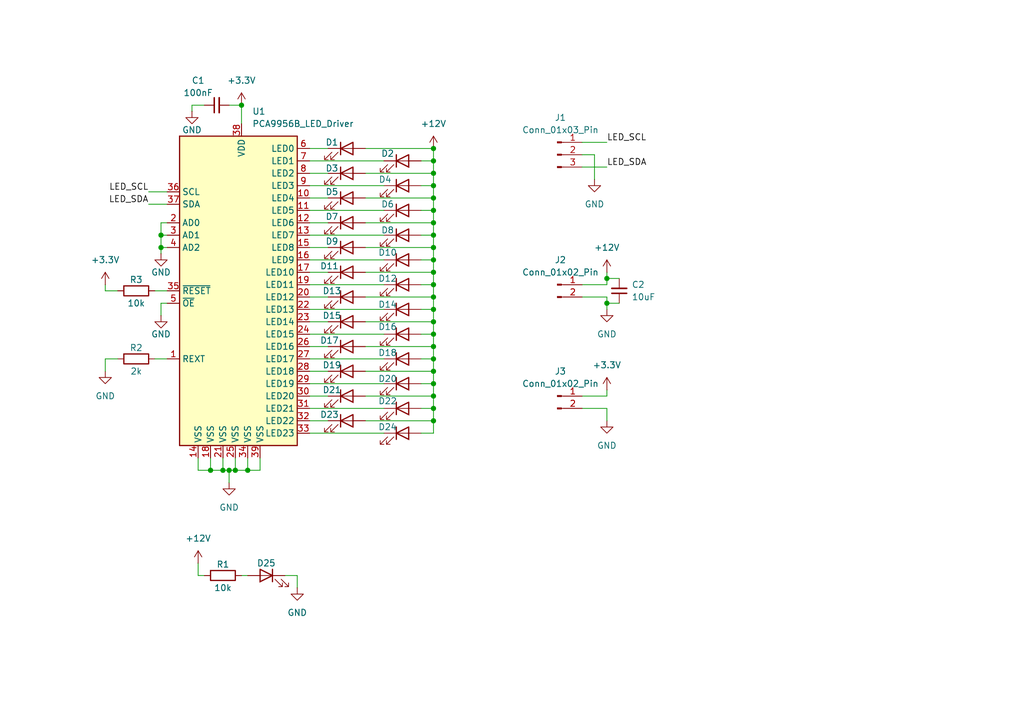
<source format=kicad_sch>
(kicad_sch (version 20231120) (generator "eeschema") (generator_version "8.0")
  (paper "A5")
  (lib_symbols
    (symbol "Connector:Conn_01x02_Pin" (pin_names (offset 1.016) hide)
      (property "Reference" "J" (at 0 2.54 0))
      (property "Value" "Conn_01x02_Pin" (at 0 -5.08 0))
      (symbol "Conn_01x02_Pin_1_1"
        (polyline (pts (xy 1.27 -2.54) (xy 0.8636 -2.54)) (stroke (width 0.1524)))
        (polyline (pts (xy 1.27 0) (xy 0.8636 0)) (stroke (width 0.1524)))
        (rectangle (start 0.8636 -2.413) (end 0 -2.667) (stroke (width 0.1524)) (fill (type outline)))
        (rectangle (start 0.8636 0.127) (end 0 -0.127) (stroke (width 0.1524)) (fill (type outline)))
        (pin passive line (at 5.08 0 180) (length 3.81) (name "Pin_1") (number "1"))
        (pin passive line (at 5.08 -2.54 180) (length 3.81) (name "Pin_2") (number "2"))
      )
    )
    (symbol "Connector:Conn_01x03_Pin" (pin_names (offset 1.016) hide)
      (property "Reference" "J" (at 0 5.08 0))
      (property "Value" "Conn_01x03_Pin" (at 0 -5.08 0))
      (symbol "Conn_01x03_Pin_1_1"
        (polyline (pts (xy 1.27 -2.54) (xy 0.8636 -2.54)) (stroke (width 0.1524)))
        (polyline (pts (xy 1.27 0) (xy 0.8636 0)) (stroke (width 0.1524)))
        (polyline (pts (xy 1.27 2.54) (xy 0.8636 2.54)) (stroke (width 0.1524)))
        (rectangle (start 0.8636 -2.413) (end 0 -2.667) (stroke (width 0.1524)) (fill (type outline)))
        (rectangle (start 0.8636 0.127) (end 0 -0.127) (stroke (width 0.1524)) (fill (type outline)))
        (rectangle (start 0.8636 2.667) (end 0 2.413) (stroke (width 0.1524)) (fill (type outline)))
        (pin passive line (at 5.08 2.54 180) (length 3.81) (name "Pin_1") (number "1"))
        (pin passive line (at 5.08 0 180) (length 3.81) (name "Pin_2") (number "2"))
        (pin passive line (at 5.08 -2.54 180) (length 3.81) (name "Pin_3") (number "3"))
      )
    )
    (symbol "Device:C_Small" (pin_numbers hide) (pin_names (offset 0.254) hide)
      (property "Reference" "C" (at 0.254 1.778 0))
      (property "Value" "C_Small" (at 0.254 -2.032 0))
      (symbol "C_Small_0_1"
        (polyline (pts (xy -1.524 -0.508) (xy 1.524 -0.508)) (stroke (width 0.3302)))
        (polyline (pts (xy -1.524 0.508) (xy 1.524 0.508)) (stroke (width 0.3048)))
      )
      (symbol "C_Small_1_1"
        (pin passive line (at 0 2.54 270) (length 2.032) (name "~") (number "1"))
        (pin passive line (at 0 -2.54 90) (length 2.032) (name "~") (number "2"))
      )
    )
    (symbol "Device:LED" (pin_numbers hide) (pin_names (offset 1.016) hide)
      (property "Reference" "D" (at 0 2.54 0))
      (property "Value" "LED" (at 0 -2.54 0))
      (symbol "LED_0_1"
        (polyline (pts (xy -1.27 -1.27) (xy -1.27 1.27)) (stroke (width 0.254)))
        (polyline (pts (xy -1.27 0) (xy 1.27 0)))
        (polyline (pts (xy 1.27 -1.27) (xy 1.27 1.27) (xy -1.27 0) (xy 1.27 -1.27)) (stroke (width 0.254)))
        (polyline (pts (xy -3.048 -0.762) (xy -4.572 -2.286) (xy -3.81 -2.286) (xy -4.572 -2.286) (xy -4.572 -1.524)))
        (polyline (pts (xy -1.778 -0.762) (xy -3.302 -2.286) (xy -2.54 -2.286) (xy -3.302 -2.286) (xy -3.302 -1.524)))
      )
      (symbol "LED_1_1"
        (pin passive line (at -3.81 0 0) (length 2.54) (name "K") (number "1"))
        (pin passive line (at 3.81 0 180) (length 2.54) (name "A") (number "2"))
      )
    )
    (symbol "Device:R" (pin_numbers hide) (pin_names (offset 0))
      (property "Reference" "R" (at 2.032 0 90))
      (property "Value" "R" (at 0 0 90))
      (symbol "R_0_1"
        (rectangle (start -1.016 -2.54) (end 1.016 2.54) (stroke (width 0.254)))
      )
      (symbol "R_1_1"
        (pin passive line (at 0 3.81 270) (length 1.27) (name "~") (number "1"))
        (pin passive line (at 0 -3.81 90) (length 1.27) (name "~") (number "2"))
      )
    )
    (symbol "Mountjoy:PCA9956B_LED_Driver"
      (property "Reference" "U" (at -11.43 24.13 0))
      (property "Value" "PCA9956B_LED_Driver" (at -13.97 -42.672 0))
      (symbol "PCA9956B_LED_Driver_0_1"
        (rectangle (start -12.7 29.21) (end 11.43 -34.29) (stroke (width 0.254)) (fill (type background)))
      )
      (symbol "PCA9956B_LED_Driver_1_0"
        (pin power_in line (at -6.35 -36.83 90) (length 2.54) (name "VSS") (number "18"))
        (pin power_in line (at -3.81 -36.83 90) (length 2.54) (name "VSS") (number "21"))
        (pin output line (at 13.97 -13.97 180) (length 2.54) (name "LED16") (number "26"))
        (pin output line (at 13.97 -16.51 180) (length 2.54) (name "LED17") (number "27"))
        (pin output line (at 13.97 -19.05 180) (length 2.54) (name "LED18") (number "28"))
        (pin output line (at 13.97 -21.59 180) (length 2.54) (name "LED19") (number "29"))
        (pin output line (at 13.97 -24.13 180) (length 2.54) (name "LED20") (number "30"))
        (pin output line (at 13.97 -26.67 180) (length 2.54) (name "LED21") (number "31"))
        (pin output line (at 13.97 -29.21 180) (length 2.54) (name "LED22") (number "32"))
        (pin output line (at 13.97 -31.75 180) (length 2.54) (name "LED23") (number "33"))
        (pin power_in line (at 1.27 -36.83 90) (length 2.54) (name "VSS") (number "34"))
        (pin input line (at -15.24 -2.54 0) (length 2.54) (name "~{RESET}") (number "35"))
        (pin power_in line (at 3.81 -36.83 90) (length 2.54) (name "VSS") (number "39"))
      )
      (symbol "PCA9956B_LED_Driver_1_1"
        (pin input line (at -15.24 -16.51 0) (length 2.54) (name "REXT") (number "1"))
        (pin output line (at 13.97 16.51 180) (length 2.54) (name "LED4") (number "10"))
        (pin output line (at 13.97 13.97 180) (length 2.54) (name "LED5") (number "11"))
        (pin output line (at 13.97 11.43 180) (length 2.54) (name "LED6") (number "12"))
        (pin output line (at 13.97 8.89 180) (length 2.54) (name "LED7") (number "13"))
        (pin power_in line (at -8.89 -36.83 90) (length 2.54) (name "VSS") (number "14"))
        (pin output line (at 13.97 6.35 180) (length 2.54) (name "LED8") (number "15"))
        (pin output line (at 13.97 3.81 180) (length 2.54) (name "LED9") (number "16"))
        (pin output line (at 13.97 1.27 180) (length 2.54) (name "LED10") (number "17"))
        (pin output line (at 13.97 -1.27 180) (length 2.54) (name "LED11") (number "19"))
        (pin input line (at -15.24 11.43 0) (length 2.54) (name "AD0") (number "2"))
        (pin output line (at 13.97 -3.81 180) (length 2.54) (name "LED12") (number "20"))
        (pin output line (at 13.97 -6.35 180) (length 2.54) (name "LED13") (number "22"))
        (pin output line (at 13.97 -8.89 180) (length 2.54) (name "LED14") (number "23"))
        (pin output line (at 13.97 -11.43 180) (length 2.54) (name "LED15") (number "24"))
        (pin power_in line (at -1.27 -36.83 90) (length 2.54) (name "VSS") (number "25"))
        (pin input line (at -15.24 8.89 0) (length 2.54) (name "AD1") (number "3"))
        (pin input line (at -15.24 17.78 0) (length 2.54) (name "SCL") (number "36"))
        (pin bidirectional line (at -15.24 15.24 0) (length 2.54) (name "SDA") (number "37"))
        (pin power_in line (at 0 31.75 270) (length 2.54) (name "VDD") (number "38"))
        (pin input line (at -15.24 6.35 0) (length 2.54) (name "AD2") (number "4"))
        (pin input line (at -15.24 -5.08 0) (length 2.54) (name "~{OE}") (number "5"))
        (pin output line (at 13.97 26.67 180) (length 2.54) (name "LED0") (number "6"))
        (pin output line (at 13.97 24.13 180) (length 2.54) (name "LED1") (number "7"))
        (pin output line (at 13.97 21.59 180) (length 2.54) (name "LED2") (number "8"))
        (pin output line (at 13.97 19.05 180) (length 2.54) (name "LED3") (number "9"))
      )
    )
    (symbol "power:+12V" (power) (pin_numbers hide) (pin_names (offset 0) hide)
      (property "Value" "+12V" (at 0 3.556 0))
      (symbol "+12V_0_1"
        (polyline (pts (xy -0.762 1.27) (xy 0 2.54)))
        (polyline (pts (xy 0 0) (xy 0 2.54)))
        (polyline (pts (xy 0 2.54) (xy 0.762 1.27)))
      )
      (symbol "+12V_1_1"
        (pin power_in line (at 0 0 90) (length 0) (name "~") (number "1"))
      )
    )
    (symbol "power:+3.3V" (power) (pin_numbers hide) (pin_names (offset 0) hide)
      (property "Value" "+3.3V" (at 0 3.556 0))
      (symbol "+3.3V_0_1"
        (polyline (pts (xy -0.762 1.27) (xy 0 2.54)))
        (polyline (pts (xy 0 0) (xy 0 2.54)))
        (polyline (pts (xy 0 2.54) (xy 0.762 1.27)))
      )
      (symbol "+3.3V_1_1"
        (pin power_in line (at 0 0 90) (length 0) (name "~") (number "1"))
      )
    )
    (symbol "power:GND" (power) (pin_numbers hide) (pin_names (offset 0) hide)
      (property "Value" "GND" (at 0 -3.81 0))
      (symbol "GND_0_1"
        (polyline (pts (xy 0 0) (xy 0 -1.27) (xy 1.27 -1.27) (xy 0 -2.54) (xy -1.27 -1.27) (xy 0 -1.27)))
      )
      (symbol "GND_1_1"
        (pin power_in line (at 0 0 270) (length 0) (name "~") (number "1"))
      )
    )
  )
  (junction (at 88.9 48.26))
  (junction (at 88.9 58.42))
  (junction (at 43.18 96.52))
  (junction (at 88.9 33.02))
  (junction (at 49.53 21.59))
  (junction (at 88.9 50.8))
  (junction (at 88.9 30.48))
  (junction (at 124.46 57.15))
  (junction (at 88.9 71.12))
  (junction (at 48.26 96.52))
  (junction (at 88.9 45.72))
  (junction (at 124.46 62.23))
  (junction (at 33.02 50.8))
  (junction (at 88.9 55.88))
  (junction (at 88.9 76.2))
  (junction (at 88.9 86.36))
  (junction (at 88.9 63.5))
  (junction (at 88.9 78.74))
  (junction (at 88.9 66.04))
  (junction (at 88.9 43.18))
  (junction (at 50.8 96.52))
  (junction (at 46.99 96.52))
  (junction (at 45.72 96.52))
  (junction (at 88.9 73.66))
  (junction (at 88.9 60.96))
  (junction (at 88.9 40.64))
  (junction (at 88.9 53.34))
  (junction (at 88.9 81.28))
  (junction (at 88.9 38.1))
  (junction (at 88.9 83.82))
  (junction (at 33.02 48.26))
  (junction (at 88.9 35.56))
  (junction (at 88.9 68.58))
  (wire (pts (xy 124.46 58.42) (xy 119.38 58.42)))
  (wire (pts (xy 121.92 31.75) (xy 121.92 36.83)))
  (wire (pts (xy 63.5 81.28) (xy 67.31 81.28)))
  (wire (pts (xy 63.5 30.48) (xy 67.31 30.48)))
  (wire (pts (xy 86.36 88.9) (xy 88.9 88.9)))
  (wire (pts (xy 63.5 60.96) (xy 67.31 60.96)))
  (wire (pts (xy 86.36 63.5) (xy 88.9 63.5)))
  (wire (pts (xy 39.37 21.59) (xy 39.37 22.86)))
  (wire (pts (xy 21.59 59.69) (xy 24.13 59.69)))
  (wire (pts (xy 124.46 62.23) (xy 127 62.23)))
  (wire (pts (xy 88.9 63.5) (xy 88.9 66.04)))
  (wire (pts (xy 119.38 34.29) (xy 124.46 34.29)))
  (wire (pts (xy 63.5 38.1) (xy 78.74 38.1)))
  (wire (pts (xy 88.9 60.96) (xy 88.9 63.5)))
  (wire (pts (xy 63.5 68.58) (xy 78.74 68.58)))
  (wire (pts (xy 86.36 83.82) (xy 88.9 83.82)))
  (wire (pts (xy 86.36 53.34) (xy 88.9 53.34)))
  (wire (pts (xy 48.26 96.52) (xy 50.8 96.52)))
  (wire (pts (xy 63.5 48.26) (xy 78.74 48.26)))
  (wire (pts (xy 63.5 78.74) (xy 78.74 78.74)))
  (wire (pts (xy 63.5 35.56) (xy 67.31 35.56)))
  (wire (pts (xy 63.5 71.12) (xy 67.31 71.12)))
  (wire (pts (xy 63.5 53.34) (xy 78.74 53.34)))
  (wire (pts (xy 88.9 38.1) (xy 88.9 40.64)))
  (wire (pts (xy 33.02 45.72) (xy 33.02 48.26)))
  (wire (pts (xy 124.46 81.28) (xy 119.38 81.28)))
  (wire (pts (xy 119.38 29.21) (xy 124.46 29.21)))
  (wire (pts (xy 124.46 83.82) (xy 124.46 86.36)))
  (wire (pts (xy 119.38 31.75) (xy 121.92 31.75)))
  (wire (pts (xy 33.02 48.26) (xy 34.29 48.26)))
  (wire (pts (xy 49.53 118.11) (xy 50.8 118.11)))
  (wire (pts (xy 33.02 48.26) (xy 33.02 50.8)))
  (wire (pts (xy 21.59 58.42) (xy 21.59 59.69)))
  (wire (pts (xy 34.29 45.72) (xy 33.02 45.72)))
  (wire (pts (xy 43.18 96.52) (xy 45.72 96.52)))
  (wire (pts (xy 88.9 33.02) (xy 88.9 35.56)))
  (wire (pts (xy 74.93 45.72) (xy 88.9 45.72)))
  (wire (pts (xy 88.9 45.72) (xy 88.9 48.26)))
  (wire (pts (xy 88.9 66.04) (xy 88.9 68.58)))
  (wire (pts (xy 31.75 73.66) (xy 34.29 73.66)))
  (wire (pts (xy 30.48 41.91) (xy 34.29 41.91)))
  (wire (pts (xy 124.46 57.15) (xy 127 57.15)))
  (wire (pts (xy 124.46 60.96) (xy 124.46 62.23)))
  (wire (pts (xy 30.48 39.37) (xy 34.29 39.37)))
  (wire (pts (xy 40.64 96.52) (xy 43.18 96.52)))
  (wire (pts (xy 74.93 81.28) (xy 88.9 81.28)))
  (wire (pts (xy 124.46 57.15) (xy 124.46 58.42)))
  (wire (pts (xy 124.46 55.88) (xy 124.46 57.15)))
  (wire (pts (xy 63.5 45.72) (xy 67.31 45.72)))
  (wire (pts (xy 63.5 73.66) (xy 78.74 73.66)))
  (wire (pts (xy 45.72 96.52) (xy 46.99 96.52)))
  (wire (pts (xy 88.9 48.26) (xy 88.9 50.8)))
  (wire (pts (xy 88.9 43.18) (xy 88.9 45.72)))
  (wire (pts (xy 33.02 62.23) (xy 34.29 62.23)))
  (wire (pts (xy 63.5 88.9) (xy 78.74 88.9)))
  (wire (pts (xy 86.36 78.74) (xy 88.9 78.74)))
  (wire (pts (xy 33.02 62.23) (xy 33.02 64.77)))
  (wire (pts (xy 49.53 21.59) (xy 49.53 25.4)))
  (wire (pts (xy 63.5 55.88) (xy 67.31 55.88)))
  (wire (pts (xy 74.93 71.12) (xy 88.9 71.12)))
  (wire (pts (xy 33.02 50.8) (xy 34.29 50.8)))
  (wire (pts (xy 58.42 118.11) (xy 60.96 118.11)))
  (wire (pts (xy 86.36 58.42) (xy 88.9 58.42)))
  (wire (pts (xy 74.93 50.8) (xy 88.9 50.8)))
  (wire (pts (xy 74.93 35.56) (xy 88.9 35.56)))
  (wire (pts (xy 74.93 66.04) (xy 88.9 66.04)))
  (wire (pts (xy 88.9 83.82) (xy 88.9 86.36)))
  (wire (pts (xy 48.26 96.52) (xy 48.26 93.98)))
  (wire (pts (xy 88.9 76.2) (xy 88.9 78.74)))
  (wire (pts (xy 119.38 83.82) (xy 124.46 83.82)))
  (wire (pts (xy 63.5 43.18) (xy 78.74 43.18)))
  (wire (pts (xy 40.64 96.52) (xy 40.64 93.98)))
  (wire (pts (xy 53.34 96.52) (xy 53.34 93.98)))
  (wire (pts (xy 74.93 40.64) (xy 88.9 40.64)))
  (wire (pts (xy 88.9 40.64) (xy 88.9 43.18)))
  (wire (pts (xy 50.8 96.52) (xy 50.8 93.98)))
  (wire (pts (xy 46.99 96.52) (xy 48.26 96.52)))
  (wire (pts (xy 88.9 86.36) (xy 88.9 88.9)))
  (wire (pts (xy 74.93 60.96) (xy 88.9 60.96)))
  (wire (pts (xy 88.9 71.12) (xy 88.9 73.66)))
  (wire (pts (xy 74.93 76.2) (xy 88.9 76.2)))
  (wire (pts (xy 63.5 63.5) (xy 78.74 63.5)))
  (wire (pts (xy 88.9 53.34) (xy 88.9 55.88)))
  (wire (pts (xy 46.99 21.59) (xy 49.53 21.59)))
  (wire (pts (xy 88.9 81.28) (xy 88.9 83.82)))
  (wire (pts (xy 88.9 73.66) (xy 88.9 76.2)))
  (wire (pts (xy 88.9 55.88) (xy 88.9 58.42)))
  (wire (pts (xy 41.91 21.59) (xy 39.37 21.59)))
  (wire (pts (xy 43.18 96.52) (xy 43.18 93.98)))
  (wire (pts (xy 124.46 62.23) (xy 124.46 63.5)))
  (wire (pts (xy 60.96 118.11) (xy 60.96 120.65)))
  (wire (pts (xy 74.93 30.48) (xy 88.9 30.48)))
  (wire (pts (xy 124.46 80.01) (xy 124.46 81.28)))
  (wire (pts (xy 119.38 60.96) (xy 124.46 60.96)))
  (wire (pts (xy 31.75 59.69) (xy 34.29 59.69)))
  (wire (pts (xy 88.9 50.8) (xy 88.9 53.34)))
  (wire (pts (xy 86.36 43.18) (xy 88.9 43.18)))
  (wire (pts (xy 40.64 115.57) (xy 40.64 118.11)))
  (wire (pts (xy 74.93 86.36) (xy 88.9 86.36)))
  (wire (pts (xy 63.5 86.36) (xy 67.31 86.36)))
  (wire (pts (xy 63.5 83.82) (xy 78.74 83.82)))
  (wire (pts (xy 50.8 96.52) (xy 53.34 96.52)))
  (wire (pts (xy 63.5 76.2) (xy 67.31 76.2)))
  (wire (pts (xy 40.64 118.11) (xy 41.91 118.11)))
  (wire (pts (xy 86.36 33.02) (xy 88.9 33.02)))
  (wire (pts (xy 21.59 73.66) (xy 21.59 76.2)))
  (wire (pts (xy 88.9 78.74) (xy 88.9 81.28)))
  (wire (pts (xy 63.5 40.64) (xy 67.31 40.64)))
  (wire (pts (xy 24.13 73.66) (xy 21.59 73.66)))
  (wire (pts (xy 63.5 50.8) (xy 67.31 50.8)))
  (wire (pts (xy 63.5 66.04) (xy 67.31 66.04)))
  (wire (pts (xy 86.36 73.66) (xy 88.9 73.66)))
  (wire (pts (xy 88.9 35.56) (xy 88.9 38.1)))
  (wire (pts (xy 45.72 96.52) (xy 45.72 93.98)))
  (wire (pts (xy 86.36 68.58) (xy 88.9 68.58)))
  (wire (pts (xy 74.93 55.88) (xy 88.9 55.88)))
  (wire (pts (xy 33.02 50.8) (xy 33.02 52.07)))
  (wire (pts (xy 86.36 48.26) (xy 88.9 48.26)))
  (wire (pts (xy 88.9 58.42) (xy 88.9 60.96)))
  (wire (pts (xy 63.5 33.02) (xy 78.74 33.02)))
  (wire (pts (xy 63.5 58.42) (xy 78.74 58.42)))
  (wire (pts (xy 46.99 96.52) (xy 46.99 99.06)))
  (wire (pts (xy 88.9 68.58) (xy 88.9 71.12)))
  (wire (pts (xy 88.9 30.48) (xy 88.9 33.02)))
  (wire (pts (xy 86.36 38.1) (xy 88.9 38.1)))
  (label "LED_SCL" (at 124.46 29.21 0))
  (label "LED_SDA" (at 124.46 34.29 0))
  (label "LED_SDA" (at 30.48 41.91 180))
  (label "LED_SCL" (at 30.48 39.37 180))
  (symbol (lib_id "Device:R") (at 27.94 73.66 90) (unit 1)
    (property "Reference" "R2" (at 27.94 71.374 90))
    (property "Value" "2k" (at 27.94 76.2 90))
    (property "Footprint" "Resistor_SMD:R_0603_1608Metric" (effects (hide yes)))
    (property "Description" "Resistor" (effects (hide yes)))
  )
  (symbol (lib_id "power:+12V") (at 40.64 115.57 0) (unit 1)
    (property "Reference" "#PWR04" (effects (hide yes)))
    (property "Value" "+12V" (at 40.64 110.49 0))
    (property "Description" "Power symbol creates a global label with name \"+12V\"" (effects (hide yes)))
  )
  (symbol (lib_id "Device:LED") (at 71.12 60.96 0) (unit 1)
    (property "Reference" "D13" (at 68.072 59.69 0))
    (property "Value" "LED" (effects (hide yes)))
    (property "Footprint" "LED_SMD:LED_0603_1608Metric" (effects (hide yes)))
    (property "Description" "Light emitting diode" (effects (hide yes)))
  )
  (symbol (lib_id "power:GND") (at 21.59 76.2 0) (mirror y) (unit 1)
    (property "Reference" "#PWR09" (effects (hide yes)))
    (property "Value" "GND" (at 21.59 81.28 0))
    (property "Description" "Power symbol creates a global label with name \"GND\" , ground" (effects (hide yes)))
  )
  (symbol (lib_id "power:+12V") (at 88.9 30.48 0) (unit 1)
    (property "Reference" "#PWR01" (effects (hide yes)))
    (property "Value" "+12V" (at 88.9 25.4 0))
    (property "Description" "Power symbol creates a global label with name \"+12V\"" (effects (hide yes)))
  )
  (symbol (lib_id "Device:R") (at 27.94 59.69 90) (unit 1)
    (property "Reference" "R3" (at 27.94 57.404 90))
    (property "Value" "10k" (at 27.94 62.23 90))
    (property "Footprint" "Resistor_SMD:R_0603_1608Metric" (effects (hide yes)))
    (property "Description" "Resistor" (effects (hide yes)))
  )
  (symbol (lib_id "power:GND") (at 121.92 36.83 0) (mirror y) (unit 1)
    (property "Reference" "#PWR05" (effects (hide yes)))
    (property "Value" "GND" (at 121.92 41.91 0))
    (property "Description" "Power symbol creates a global label with name \"GND\" , ground" (effects (hide yes)))
  )
  (symbol (lib_id "Device:LED") (at 71.12 66.04 0) (unit 1)
    (property "Reference" "D15" (at 68.072 64.77 0))
    (property "Value" "LED" (effects (hide yes)))
    (property "Footprint" "LED_SMD:LED_0603_1608Metric" (effects (hide yes)))
    (property "Description" "Light emitting diode" (effects (hide yes)))
  )
  (symbol (lib_id "Device:LED") (at 71.12 40.64 0) (unit 1)
    (property "Reference" "D5" (at 68.072 39.37 0))
    (property "Value" "LED" (effects (hide yes)))
    (property "Footprint" "LED_SMD:LED_0603_1608Metric" (effects (hide yes)))
    (property "Description" "Light emitting diode" (effects (hide yes)))
  )
  (symbol (lib_id "power:GND") (at 60.96 120.65 0) (mirror y) (unit 1)
    (property "Reference" "#PWR03" (effects (hide yes)))
    (property "Value" "GND" (at 60.96 125.73 0))
    (property "Description" "Power symbol creates a global label with name \"GND\" , ground" (effects (hide yes)))
  )
  (symbol (lib_id "Device:LED") (at 82.55 53.34 0) (unit 1)
    (property "Reference" "D10" (at 79.502 51.816 0))
    (property "Value" "LED" (effects (hide yes)))
    (property "Footprint" "LED_SMD:LED_0603_1608Metric" (effects (hide yes)))
    (property "Description" "Light emitting diode" (effects (hide yes)))
  )
  (symbol (lib_id "Device:LED") (at 82.55 43.18 0) (unit 1)
    (property "Reference" "D6" (at 79.502 41.91 0))
    (property "Value" "LED" (effects (hide yes)))
    (property "Footprint" "LED_SMD:LED_0603_1608Metric" (effects (hide yes)))
    (property "Description" "Light emitting diode" (effects (hide yes)))
  )
  (symbol (lib_id "Device:C_Small") (at 127 59.69 0) (mirror x) (unit 1)
    (property "Reference" "C2" (at 129.54 58.4135 0) (effects (justify left)))
    (property "Value" "10uF" (at 129.54 60.9535 0) (effects (justify left)))
    (property "Footprint" "Capacitor_SMD:C_0805_2012Metric" (effects (hide yes)))
    (property "Description" "Unpolarized capacitor, small symbol" (effects (hide yes)))
    (property "Part_Number" "C14663" (effects (hide yes)))
  )
  (symbol (lib_id "Device:LED") (at 71.12 71.12 0) (unit 1)
    (property "Reference" "D17" (at 67.564 69.85 0))
    (property "Value" "LED" (effects (hide yes)))
    (property "Footprint" "LED_SMD:LED_0603_1608Metric" (effects (hide yes)))
    (property "Description" "Light emitting diode" (effects (hide yes)))
  )
  (symbol (lib_id "Device:LED") (at 82.55 48.26 0) (unit 1)
    (property "Reference" "D8" (at 79.502 47.244 0))
    (property "Value" "LED" (effects (hide yes)))
    (property "Footprint" "LED_SMD:LED_0603_1608Metric" (effects (hide yes)))
    (property "Description" "Light emitting diode" (effects (hide yes)))
  )
  (symbol (lib_id "power:GND") (at 124.46 63.5 0) (mirror y) (unit 1)
    (property "Reference" "#PWR06" (effects (hide yes)))
    (property "Value" "GND" (at 124.46 68.58 0))
    (property "Description" "Power symbol creates a global label with name \"GND\" , ground" (effects (hide yes)))
  )
  (symbol (lib_id "power:GND") (at 33.02 52.07 0) (mirror y) (unit 1)
    (property "Reference" "#PWR015" (effects (hide yes)))
    (property "Value" "GND" (at 33.02 55.88 0))
    (property "Description" "Power symbol creates a global label with name \"GND\" , ground" (effects (hide yes)))
  )
  (symbol (lib_id "Device:LED") (at 82.55 88.9 0) (unit 1)
    (property "Reference" "D24" (at 79.502 87.63 0))
    (property "Value" "LED" (effects (hide yes)))
    (property "Footprint" "LED_SMD:LED_0603_1608Metric" (effects (hide yes)))
    (property "Description" "Light emitting diode" (effects (hide yes)))
  )
  (symbol (lib_id "Connector:Conn_01x02_Pin") (at 114.3 81.28 0) (unit 1)
    (property "Reference" "J3" (at 114.935 76.2 0))
    (property "Value" "Conn_01x02_Pin" (at 114.935 78.74 0))
    (property "Footprint" "Connector_PinHeader_2.54mm:PinHeader_1x02_P2.54mm_Vertical" (effects (hide yes)))
    (property "Description" "Generic connector, single row, 01x02, script generated" (effects (hide yes)))
  )
  (symbol (lib_id "Device:LED") (at 82.55 68.58 0) (unit 1)
    (property "Reference" "D16" (at 79.502 67.056 0))
    (property "Value" "LED" (effects (hide yes)))
    (property "Footprint" "LED_SMD:LED_0603_1608Metric" (effects (hide yes)))
    (property "Description" "Light emitting diode" (effects (hide yes)))
  )
  (symbol (lib_id "power:GND") (at 33.02 64.77 0) (mirror y) (unit 1)
    (property "Reference" "#PWR014" (effects (hide yes)))
    (property "Value" "GND" (at 33.02 68.58 0))
    (property "Description" "Power symbol creates a global label with name \"GND\" , ground" (effects (hide yes)))
  )
  (symbol (lib_id "Device:LED") (at 82.55 73.66 0) (unit 1)
    (property "Reference" "D18" (at 79.502 72.39 0))
    (property "Value" "LED" (effects (hide yes)))
    (property "Footprint" "LED_SMD:LED_0603_1608Metric" (effects (hide yes)))
    (property "Description" "Light emitting diode" (effects (hide yes)))
  )
  (symbol (lib_id "Device:LED") (at 54.61 118.11 0) (mirror y) (unit 1)
    (property "Reference" "D25" (at 54.61 115.57 0))
    (property "Value" "LED" (effects (hide yes)))
    (property "Footprint" "LED_SMD:LED_0603_1608Metric" (effects (hide yes)))
    (property "Description" "Light emitting diode" (effects (hide yes)))
  )
  (symbol (lib_id "Device:LED") (at 71.12 81.28 0) (unit 1)
    (property "Reference" "D21" (at 68.072 80.01 0))
    (property "Value" "LED" (effects (hide yes)))
    (property "Footprint" "LED_SMD:LED_0603_1608Metric" (effects (hide yes)))
    (property "Description" "Light emitting diode" (effects (hide yes)))
  )
  (symbol (lib_id "Device:LED") (at 71.12 30.48 0) (unit 1)
    (property "Reference" "D1" (at 68.072 29.21 0))
    (property "Value" "LED" (effects (hide yes)))
    (property "Footprint" "LED_SMD:LED_0603_1608Metric" (effects (hide yes)))
    (property "Description" "Light emitting diode" (effects (hide yes)))
  )
  (symbol (lib_id "power:GND") (at 46.99 99.06 0) (mirror y) (unit 1)
    (property "Reference" "#PWR02" (effects (hide yes)))
    (property "Value" "GND" (at 46.99 104.14 0))
    (property "Description" "Power symbol creates a global label with name \"GND\" , ground" (effects (hide yes)))
  )
  (symbol (lib_id "Device:LED") (at 82.55 63.5 0) (unit 1)
    (property "Reference" "D14" (at 79.502 62.484 0))
    (property "Value" "LED" (effects (hide yes)))
    (property "Footprint" "LED_SMD:LED_0603_1608Metric" (effects (hide yes)))
    (property "Description" "Light emitting diode" (effects (hide yes)))
  )
  (symbol (lib_id "power:+3.3V") (at 124.46 80.01 0) (unit 1)
    (property "Reference" "#PWR011" (effects (hide yes)))
    (property "Value" "+3.3V" (at 124.46 74.93 0))
    (property "Description" "Power symbol creates a global label with name \"+3.3V\"" (effects (hide yes)))
  )
  (symbol (lib_id "Device:LED") (at 71.12 35.56 0) (unit 1)
    (property "Reference" "D3" (at 68.072 34.544 0))
    (property "Value" "LED" (effects (hide yes)))
    (property "Footprint" "LED_SMD:LED_0603_1608Metric" (effects (hide yes)))
    (property "Description" "Light emitting diode" (effects (hide yes)))
  )
  (symbol (lib_id "power:GND") (at 124.46 86.36 0) (mirror y) (unit 1)
    (property "Reference" "#PWR012" (effects (hide yes)))
    (property "Value" "GND" (at 124.46 91.44 0))
    (property "Description" "Power symbol creates a global label with name \"GND\" , ground" (effects (hide yes)))
  )
  (symbol (lib_id "Device:LED") (at 82.55 58.42 0) (unit 1)
    (property "Reference" "D12" (at 79.502 57.15 0))
    (property "Value" "LED" (effects (hide yes)))
    (property "Footprint" "LED_SMD:LED_0603_1608Metric" (effects (hide yes)))
    (property "Description" "Light emitting diode" (effects (hide yes)))
  )
  (symbol (lib_id "Device:LED") (at 82.55 33.02 0) (unit 1)
    (property "Reference" "D2" (at 79.502 31.496 0))
    (property "Value" "LED" (effects (hide yes)))
    (property "Footprint" "LED_SMD:LED_0603_1608Metric" (effects (hide yes)))
    (property "Description" "Light emitting diode" (effects (hide yes)))
  )
  (symbol (lib_id "Device:LED") (at 82.55 38.1 0) (unit 1)
    (property "Reference" "D4" (at 78.994 36.83 0))
    (property "Value" "LED" (effects (hide yes)))
    (property "Footprint" "LED_SMD:LED_0603_1608Metric" (effects (hide yes)))
    (property "Description" "Light emitting diode" (effects (hide yes)))
  )
  (symbol (lib_id "Device:R") (at 45.72 118.11 90) (unit 1)
    (property "Reference" "R1" (at 45.72 115.824 90))
    (property "Value" "10k" (at 45.72 120.65 90))
    (property "Footprint" "Resistor_SMD:R_0603_1608Metric" (effects (hide yes)))
    (property "Description" "Resistor" (effects (hide yes)))
  )
  (symbol (lib_id "Device:LED") (at 71.12 86.36 0) (unit 1)
    (property "Reference" "D23" (at 67.564 85.09 0))
    (property "Value" "LED" (effects (hide yes)))
    (property "Footprint" "LED_SMD:LED_0603_1608Metric" (effects (hide yes)))
    (property "Description" "Light emitting diode" (effects (hide yes)))
  )
  (symbol (lib_id "Device:LED") (at 71.12 50.8 0) (unit 1)
    (property "Reference" "D9" (at 68.072 49.53 0))
    (property "Value" "LED" (effects (hide yes)))
    (property "Footprint" "LED_SMD:LED_0603_1608Metric" (effects (hide yes)))
    (property "Description" "Light emitting diode" (effects (hide yes)))
  )
  (symbol (lib_id "Device:LED") (at 71.12 76.2 0) (unit 1)
    (property "Reference" "D19" (at 68.072 74.93 0))
    (property "Value" "LED" (effects (hide yes)))
    (property "Footprint" "LED_SMD:LED_0603_1608Metric" (effects (hide yes)))
    (property "Description" "Light emitting diode" (effects (hide yes)))
  )
  (symbol (lib_id "power:+3.3V") (at 49.53 21.59 0) (unit 1)
    (property "Reference" "#PWR08" (effects (hide yes)))
    (property "Value" "+3.3V" (at 49.53 16.51 0))
    (property "Description" "Power symbol creates a global label with name \"+3.3V\"" (effects (hide yes)))
  )
  (symbol (lib_id "power:+12V") (at 124.46 55.88 0) (unit 1)
    (property "Reference" "#PWR07" (effects (hide yes)))
    (property "Value" "+12V" (at 124.46 50.8 0))
    (property "Description" "Power symbol creates a global label with name \"+12V\"" (effects (hide yes)))
  )
  (symbol (lib_id "Mountjoy:PCA9956B_LED_Driver") (at 49.53 57.15 0) (unit 1)
    (property "Reference" "U1" (at 51.7241 22.86 0) (effects (justify left)))
    (property "Value" "PCA9956B_LED_Driver" (at 51.7241 25.4 0) (effects (justify left)))
    (property "Footprint" "Custom_Footprints:HTSSOP-38_4.4x9.7mm_P0.5mm" (effects (hide yes)))
    (property "Description" "24 Channel LED Driver" (effects (hide yes)))
  )
  (symbol (lib_id "Device:LED") (at 82.55 78.74 0) (unit 1)
    (property "Reference" "D20" (at 79.502 77.724 0))
    (property "Value" "LED" (effects (hide yes)))
    (property "Footprint" "LED_SMD:LED_0603_1608Metric" (effects (hide yes)))
    (property "Description" "Light emitting diode" (effects (hide yes)))
  )
  (symbol (lib_id "Connector:Conn_01x02_Pin") (at 114.3 58.42 0) (unit 1)
    (property "Reference" "J2" (at 114.935 53.34 0))
    (property "Value" "Conn_01x02_Pin" (at 114.935 55.88 0))
    (property "Footprint" "Connector_PinHeader_2.54mm:PinHeader_1x02_P2.54mm_Vertical" (effects (hide yes)))
    (property "Description" "Generic connector, single row, 01x02, script generated" (effects (hide yes)))
  )
  (symbol (lib_id "Device:LED") (at 82.55 83.82 0) (unit 1)
    (property "Reference" "D22" (at 79.502 82.296 0))
    (property "Value" "LED" (effects (hide yes)))
    (property "Footprint" "LED_SMD:LED_0603_1608Metric" (effects (hide yes)))
    (property "Description" "Light emitting diode" (effects (hide yes)))
  )
  (symbol (lib_id "Device:LED") (at 71.12 45.72 0) (unit 1)
    (property "Reference" "D7" (at 68.072 44.45 0))
    (property "Value" "LED" (effects (hide yes)))
    (property "Footprint" "LED_SMD:LED_0603_1608Metric" (effects (hide yes)))
    (property "Description" "Light emitting diode" (effects (hide yes)))
  )
  (symbol (lib_id "Connector:Conn_01x03_Pin") (at 114.3 31.75 0) (unit 1)
    (property "Reference" "J1" (at 114.935 24.13 0))
    (property "Value" "Conn_01x03_Pin" (at 114.935 26.67 0))
    (property "Footprint" "Connector_PinHeader_2.54mm:PinHeader_1x03_P2.54mm_Vertical" (effects (hide yes)))
    (property "Description" "Generic connector, single row, 01x03, script generated" (effects (hide yes)))
  )
  (symbol (lib_id "power:GND") (at 39.37 22.86 0) (mirror y) (unit 1)
    (property "Reference" "#PWR013" (effects (hide yes)))
    (property "Value" "GND" (at 39.37 26.67 0))
    (property "Description" "Power symbol creates a global label with name \"GND\" , ground" (effects (hide yes)))
  )
  (symbol (lib_id "Device:LED") (at 71.12 55.88 0) (unit 1)
    (property "Reference" "D11" (at 67.564 54.61 0))
    (property "Value" "LED" (effects (hide yes)))
    (property "Footprint" "LED_SMD:LED_0603_1608Metric" (effects (hide yes)))
    (property "Description" "Light emitting diode" (effects (hide yes)))
  )
  (symbol (lib_id "Device:C_Small") (at 44.45 21.59 90) (mirror x) (unit 1)
    (property "Reference" "C1" (at 40.64 16.51 90))
    (property "Value" "100nF" (at 40.64 19.05 90))
    (property "Footprint" "Capacitor_SMD:C_0603_1608Metric" (effects (hide yes)))
    (property "Description" "Unpolarized capacitor, small symbol" (effects (hide yes)))
    (property "Part_Number" "C14663" (effects (hide yes)))
  )
  (symbol (lib_id "power:+3.3V") (at 21.59 58.42 0) (unit 1)
    (property "Reference" "#PWR010" (effects (hide yes)))
    (property "Value" "+3.3V" (at 21.59 53.34 0))
    (property "Description" "Power symbol creates a global label with name \"+3.3V\"" (effects (hide yes)))
  )
)
</source>
